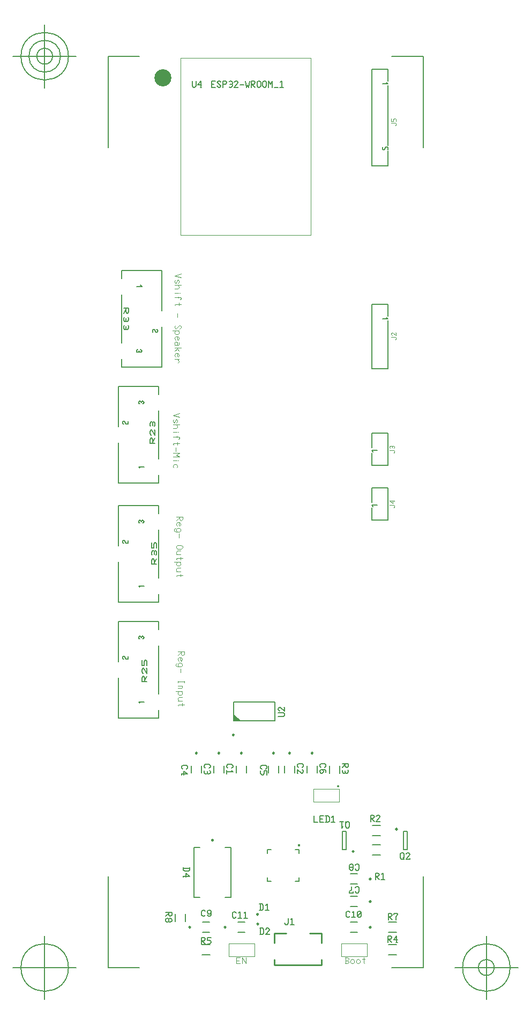
<source format=gbr>
G04 Generated by Ultiboard 14.1 *
%FSLAX34Y34*%
%MOMM*%

%ADD10C,0.0001*%
%ADD11C,0.1556*%
%ADD12C,0.2000*%
%ADD13C,0.0010*%
%ADD14C,0.2540*%
%ADD15C,0.2500*%
%ADD16C,0.2032*%
%ADD17C,0.0013*%
%ADD18C,0.1176*%
%ADD19C,0.0933*%
%ADD20C,0.1270*%
%ADD21C,0.40000*%
%ADD22C,0.35921*%
%ADD23C,2.70006*%


G04 ColorRGB FFFF00 for the following layer *
%LNSilkscreen Top*%
%LPD*%
G54D10*
G54D11*
X272176Y-275160D02*
X272176Y-265160D01*
X276158Y-265160D01*
X278149Y-267160D01*
X278149Y-268160D01*
X276158Y-270160D01*
X272176Y-270160D01*
X273171Y-270160D02*
X278149Y-275160D01*
X287109Y-265160D02*
X281136Y-265160D01*
X281136Y-269160D01*
X285118Y-269160D01*
X287109Y-271160D01*
X287109Y-273160D01*
X285118Y-275160D01*
X281136Y-275160D01*
X403471Y-242765D02*
X405462Y-244765D01*
X407453Y-244765D01*
X409444Y-242765D01*
X409444Y-234765D01*
X413426Y-236765D02*
X415417Y-234765D01*
X415417Y-244765D01*
X412431Y-244765D02*
X418404Y-244765D01*
X566816Y-272620D02*
X566816Y-262620D01*
X570798Y-262620D01*
X572789Y-264620D01*
X572789Y-265620D01*
X570798Y-267620D01*
X566816Y-267620D01*
X567811Y-267620D02*
X572789Y-272620D01*
X581749Y-268620D02*
X575776Y-268620D01*
X580753Y-262620D01*
X580753Y-272620D01*
X579758Y-272620D02*
X581749Y-272620D01*
X215260Y-225716D02*
X225260Y-225716D01*
X225260Y-229698D01*
X223260Y-231689D01*
X222260Y-231689D01*
X220260Y-229698D01*
X220260Y-225716D01*
X220260Y-226711D02*
X215260Y-231689D01*
X215260Y-238658D02*
X215260Y-236667D01*
X217260Y-234676D01*
X219260Y-234676D01*
X220260Y-235671D01*
X221260Y-234676D01*
X223260Y-234676D01*
X225260Y-236667D01*
X225260Y-238658D01*
X223260Y-240649D01*
X221260Y-240649D01*
X220260Y-239653D01*
X219260Y-240649D01*
X217260Y-240649D01*
X215260Y-238658D01*
X220260Y-235671D02*
X220260Y-239653D01*
X278439Y-229690D02*
X276448Y-231690D01*
X274457Y-231690D01*
X272466Y-229690D01*
X272466Y-223690D01*
X274457Y-221690D01*
X276448Y-221690D01*
X278439Y-223690D01*
X281426Y-229690D02*
X283417Y-231690D01*
X285408Y-231690D01*
X287399Y-229690D01*
X287399Y-225690D01*
X287399Y-223690D01*
X285408Y-221690D01*
X283417Y-221690D01*
X281426Y-223690D01*
X281426Y-225690D01*
X283417Y-227690D01*
X285408Y-227690D01*
X287399Y-225690D01*
X327009Y-232520D02*
X325018Y-234520D01*
X323027Y-234520D01*
X321036Y-232520D01*
X321036Y-226520D01*
X323027Y-224520D01*
X325018Y-224520D01*
X327009Y-226520D01*
X330991Y-226520D02*
X332982Y-224520D01*
X332982Y-234520D01*
X329996Y-234520D02*
X335969Y-234520D01*
X339951Y-226520D02*
X341942Y-224520D01*
X341942Y-234520D01*
X338956Y-234520D02*
X344929Y-234520D01*
X364451Y-260155D02*
X368433Y-260155D01*
X370424Y-258155D01*
X370424Y-252155D01*
X368433Y-250155D01*
X364451Y-250155D01*
X365446Y-250155D02*
X365446Y-260155D01*
X373411Y-252155D02*
X375402Y-250155D01*
X377393Y-250155D01*
X379384Y-252155D01*
X379384Y-253155D01*
X373411Y-260155D01*
X379384Y-260155D01*
X379384Y-259155D01*
X506609Y-231420D02*
X504618Y-233420D01*
X502627Y-233420D01*
X500636Y-231420D01*
X500636Y-225420D01*
X502627Y-223420D01*
X504618Y-223420D01*
X506609Y-225420D01*
X510591Y-225420D02*
X512582Y-223420D01*
X512582Y-233420D01*
X509596Y-233420D02*
X515569Y-233420D01*
X518556Y-225420D02*
X520547Y-223420D01*
X522538Y-223420D01*
X524529Y-225420D01*
X524529Y-231420D01*
X522538Y-233420D01*
X520547Y-233420D01*
X518556Y-231420D01*
X518556Y-225420D01*
X524529Y-225420D02*
X518556Y-231420D01*
X567416Y-237060D02*
X567416Y-227060D01*
X571398Y-227060D01*
X573389Y-229060D01*
X573389Y-230060D01*
X571398Y-232060D01*
X567416Y-232060D01*
X568411Y-232060D02*
X573389Y-237060D01*
X579362Y-237060D02*
X579362Y-232060D01*
X582349Y-229060D01*
X582349Y-227060D01*
X576376Y-227060D01*
X576376Y-229060D01*
X363981Y-222055D02*
X367963Y-222055D01*
X369954Y-220055D01*
X369954Y-214055D01*
X367963Y-212055D01*
X363981Y-212055D01*
X364976Y-212055D02*
X364976Y-222055D01*
X373936Y-214055D02*
X375927Y-212055D01*
X375927Y-222055D01*
X372941Y-222055D02*
X378914Y-222055D01*
X243560Y-154596D02*
X243560Y-158578D01*
X245560Y-160569D01*
X251560Y-160569D01*
X253560Y-158578D01*
X253560Y-154596D01*
X253560Y-155591D02*
X243560Y-155591D01*
X247560Y-169529D02*
X247560Y-163556D01*
X253560Y-168533D01*
X243560Y-168533D01*
X243560Y-167538D02*
X243560Y-169529D01*
X515071Y-186780D02*
X517062Y-184780D01*
X519053Y-184780D01*
X521044Y-186780D01*
X521044Y-192780D01*
X519053Y-194780D01*
X517062Y-194780D01*
X515071Y-192780D01*
X509098Y-184780D02*
X509098Y-189780D01*
X506111Y-192780D01*
X506111Y-194780D01*
X512084Y-194780D01*
X512084Y-192780D01*
X515071Y-151220D02*
X517062Y-149220D01*
X519053Y-149220D01*
X521044Y-151220D01*
X521044Y-157220D01*
X519053Y-159220D01*
X517062Y-159220D01*
X515071Y-157220D01*
X508102Y-149220D02*
X510093Y-149220D01*
X512084Y-151220D01*
X512084Y-153220D01*
X511089Y-154220D01*
X512084Y-155220D01*
X512084Y-157220D01*
X510093Y-159220D01*
X508102Y-159220D01*
X506111Y-157220D01*
X506111Y-155220D01*
X507107Y-154220D01*
X506111Y-153220D01*
X506111Y-151220D01*
X508102Y-149220D01*
X511089Y-154220D02*
X507107Y-154220D01*
X505804Y-84260D02*
X503813Y-82260D01*
X501822Y-82260D01*
X499831Y-84260D01*
X499831Y-90260D01*
X501822Y-92260D01*
X503813Y-92260D01*
X505804Y-90260D01*
X505804Y-84260D01*
X501822Y-84260D02*
X499831Y-82260D01*
X495849Y-90260D02*
X493858Y-92260D01*
X493858Y-82260D01*
X496844Y-82260D02*
X490871Y-82260D01*
X586396Y-139260D02*
X588387Y-141260D01*
X590378Y-141260D01*
X592369Y-139260D01*
X592369Y-133260D01*
X590378Y-131260D01*
X588387Y-131260D01*
X586396Y-133260D01*
X586396Y-139260D01*
X590378Y-139260D02*
X592369Y-141260D01*
X595356Y-133260D02*
X597347Y-131260D01*
X599338Y-131260D01*
X601329Y-133260D01*
X601329Y-134260D01*
X595356Y-141260D01*
X601329Y-141260D01*
X601329Y-140260D01*
X242460Y651D02*
X240460Y2642D01*
X240460Y4633D01*
X242460Y6624D01*
X248460Y6624D01*
X250460Y4633D01*
X250460Y2642D01*
X248460Y651D01*
X244460Y-8309D02*
X244460Y-2336D01*
X250460Y-7313D01*
X240460Y-7313D01*
X240460Y-6318D02*
X240460Y-8309D01*
X278220Y1991D02*
X276220Y3982D01*
X276220Y5973D01*
X278220Y7964D01*
X284220Y7964D01*
X286220Y5973D01*
X286220Y3982D01*
X284220Y1991D01*
X285220Y-1991D02*
X286220Y-2987D01*
X286220Y-4978D01*
X284220Y-6969D01*
X282220Y-6969D01*
X281220Y-5973D01*
X280220Y-6969D01*
X278220Y-6969D01*
X276220Y-4978D01*
X276220Y-2987D01*
X277220Y-1991D01*
X281220Y-2987D02*
X281220Y-5973D01*
X313780Y1991D02*
X311780Y3982D01*
X311780Y5973D01*
X313780Y7964D01*
X319780Y7964D01*
X321780Y5973D01*
X321780Y3982D01*
X319780Y1991D01*
X319780Y-1991D02*
X321780Y-3982D01*
X311780Y-3982D01*
X311780Y-996D02*
X311780Y-6969D01*
X367591Y681D02*
X365591Y2672D01*
X365591Y4663D01*
X367591Y6654D01*
X373591Y6654D01*
X375591Y4663D01*
X375591Y2672D01*
X373591Y681D01*
X375591Y-8279D02*
X375591Y-2306D01*
X371591Y-2306D01*
X371591Y-6288D01*
X369591Y-8279D01*
X367591Y-8279D01*
X365591Y-6288D01*
X365591Y-2306D01*
X425340Y3191D02*
X423340Y5182D01*
X423340Y7173D01*
X425340Y9164D01*
X431340Y9164D01*
X433340Y7173D01*
X433340Y5182D01*
X431340Y3191D01*
X431340Y204D02*
X433340Y-1787D01*
X433340Y-3778D01*
X431340Y-5769D01*
X430340Y-5769D01*
X423340Y204D01*
X423340Y-5769D01*
X424340Y-5769D01*
X460900Y3191D02*
X458900Y5182D01*
X458900Y7173D01*
X460900Y9164D01*
X466900Y9164D01*
X468900Y7173D01*
X468900Y5182D01*
X466900Y3191D01*
X468900Y-4773D02*
X468900Y-1787D01*
X466900Y204D01*
X462900Y204D01*
X460900Y204D01*
X458900Y-1787D01*
X458900Y-3778D01*
X460900Y-5769D01*
X462900Y-5769D01*
X464900Y-3778D01*
X464900Y-1787D01*
X462900Y204D01*
X494460Y9164D02*
X504460Y9164D01*
X504460Y5182D01*
X502460Y3191D01*
X501460Y3191D01*
X499460Y5182D01*
X499460Y9164D01*
X499460Y8169D02*
X494460Y3191D01*
X503460Y-791D02*
X504460Y-1787D01*
X504460Y-3778D01*
X502460Y-5769D01*
X500460Y-5769D01*
X499460Y-4773D01*
X498460Y-5769D01*
X496460Y-5769D01*
X494460Y-3778D01*
X494460Y-1787D01*
X495460Y-791D01*
X499460Y-1787D02*
X499460Y-4773D01*
X393600Y83476D02*
X401600Y83476D01*
X403600Y85467D01*
X403600Y87458D01*
X401600Y89449D01*
X393600Y89449D01*
X395600Y92436D02*
X393600Y94427D01*
X393600Y96418D01*
X395600Y98409D01*
X396600Y98409D01*
X403600Y92436D01*
X403600Y98409D01*
X402600Y98409D01*
X547096Y-173560D02*
X547096Y-163560D01*
X551078Y-163560D01*
X553069Y-165560D01*
X553069Y-166560D01*
X551078Y-168560D01*
X547096Y-168560D01*
X548091Y-168560D02*
X553069Y-173560D01*
X557051Y-165560D02*
X559042Y-163560D01*
X559042Y-173560D01*
X556056Y-173560D02*
X562029Y-173560D01*
X539476Y-82120D02*
X539476Y-72120D01*
X543458Y-72120D01*
X545449Y-74120D01*
X545449Y-75120D01*
X543458Y-77120D01*
X539476Y-77120D01*
X540471Y-77120D02*
X545449Y-82120D01*
X548436Y-74120D02*
X550427Y-72120D01*
X552418Y-72120D01*
X554409Y-74120D01*
X554409Y-75120D01*
X548436Y-82120D01*
X554409Y-82120D01*
X554409Y-81120D01*
G54D12*
X285400Y-276480D02*
X273400Y-276480D01*
X285400Y-292480D02*
X273400Y-292480D01*
X285400Y-292480D02*
X273400Y-292480D01*
X568040Y-292480D02*
X580040Y-292480D01*
X568040Y-276480D02*
X580040Y-276480D01*
X568040Y-276480D02*
X580040Y-276480D01*
X230760Y-227680D02*
X230760Y-239680D01*
X246760Y-227680D02*
X246760Y-239680D01*
X246760Y-227680D02*
X246760Y-239680D01*
X273900Y-256920D02*
X284900Y-256920D01*
X273900Y-240920D02*
X284900Y-240920D01*
X273900Y-240920D02*
X284900Y-240920D01*
X329780Y-256920D02*
X340780Y-256920D01*
X329780Y-240920D02*
X340780Y-240920D01*
X329780Y-240920D02*
X340780Y-240920D01*
X518580Y-240920D02*
X507580Y-240920D01*
X518580Y-256920D02*
X507580Y-256920D01*
X518580Y-256920D02*
X507580Y-256920D01*
X568040Y-256920D02*
X580040Y-256920D01*
X568040Y-240920D02*
X580040Y-240920D01*
X568040Y-240920D02*
X580040Y-240920D01*
X319060Y-123060D02*
X319060Y-202060D01*
X260060Y-123060D02*
X260060Y-202060D01*
X270060Y-123060D02*
X260060Y-123060D01*
X309060Y-123060D02*
X319060Y-123060D01*
X260060Y-202060D02*
X270060Y-202060D01*
X319060Y-202060D02*
X309060Y-202060D01*
X518580Y-200280D02*
X507580Y-200280D01*
X518580Y-216280D02*
X507580Y-216280D01*
X518580Y-216280D02*
X507580Y-216280D01*
X518580Y-164720D02*
X507580Y-164720D01*
X518580Y-180720D02*
X507580Y-180720D01*
X518580Y-180720D02*
X507580Y-180720D01*
X501090Y-97260D02*
X494590Y-97260D01*
X494590Y-126260D02*
X501090Y-126260D01*
X501090Y-97260D01*
X494590Y-97260D02*
X494590Y-126260D01*
X591110Y-126260D02*
X597610Y-126260D01*
X597610Y-97260D02*
X591110Y-97260D01*
X591110Y-126260D01*
X597610Y-126260D02*
X597610Y-97260D01*
X256160Y5500D02*
X256160Y-5500D01*
X272160Y5500D02*
X272160Y-5500D01*
X272160Y5500D02*
X272160Y-5500D01*
X291720Y5500D02*
X291720Y-5500D01*
X307720Y5500D02*
X307720Y-5500D01*
X307720Y5500D02*
X307720Y-5500D01*
X327280Y5500D02*
X327280Y-5500D01*
X343280Y5500D02*
X343280Y-5500D01*
X343280Y5500D02*
X343280Y-5500D01*
X378080Y5500D02*
X378080Y-5500D01*
X394080Y5500D02*
X394080Y-5500D01*
X394080Y5500D02*
X394080Y-5500D01*
X403480Y5500D02*
X403480Y-5500D01*
X419480Y5500D02*
X419480Y-5500D01*
X419480Y5500D02*
X419480Y-5500D01*
X439040Y5500D02*
X439040Y-5500D01*
X455040Y5500D02*
X455040Y-5500D01*
X455040Y5500D02*
X455040Y-5500D01*
X474600Y6000D02*
X474600Y-6000D01*
X490600Y6000D02*
X490600Y-6000D01*
X490600Y6000D02*
X490600Y-6000D01*
X388100Y76440D02*
X388100Y106440D01*
X323100Y106440D02*
X323100Y76440D01*
X388100Y76440D01*
X323100Y78440D02*
X325100Y76440D01*
X323100Y80440D02*
X327100Y76440D01*
X323100Y82440D02*
X329100Y76440D01*
X323100Y84440D02*
X331100Y76440D01*
X323100Y86440D02*
X333100Y76440D01*
X388100Y106440D02*
X323100Y106440D01*
X554640Y-119000D02*
X542640Y-119000D01*
X554640Y-135000D02*
X542640Y-135000D01*
X554640Y-135000D02*
X542640Y-135000D01*
X542640Y-104520D02*
X554640Y-104520D01*
X542640Y-88520D02*
X554640Y-88520D01*
X542640Y-88520D02*
X554640Y-88520D01*
G54D13*
X314960Y-274320D02*
X355600Y-274320D01*
X355600Y-294640D01*
X314960Y-294640D01*
X314960Y-274320D01*
X533400Y-294640D02*
X492760Y-294640D01*
X492760Y-274320D01*
X533400Y-274320D01*
X533400Y-294640D01*
X238760Y1122680D02*
X444500Y1122680D01*
X444500Y843280D01*
X238760Y843280D01*
X238760Y1122680D01*
G54D14*
X386935Y-308265D02*
X461935Y-308265D01*
X386935Y-300015D02*
X386935Y-308265D01*
X386935Y-258265D02*
X386935Y-273515D01*
X405685Y-258265D02*
X386935Y-258265D01*
X461935Y-308265D02*
X461935Y-300015D01*
X461935Y-258265D02*
X443185Y-258265D01*
X461935Y-273515D02*
X461935Y-258265D01*
G54D15*
X252400Y-248920D02*
G75*
D01*
G02X252400Y-248920I1250J0*
G01*
X308280Y-248920D02*
G75*
D01*
G02X308280Y-248920I1250J0*
G01*
X359960Y-243840D02*
G75*
D01*
G02X359960Y-243840I1250J0*
G01*
X537580Y-248920D02*
G75*
D01*
G02X537580Y-248920I1250J0*
G01*
X359490Y-228600D02*
G75*
D01*
G02X359490Y-228600I1250J0*
G01*
X288310Y-111560D02*
G75*
D01*
G02X288310Y-111560I1250J0*
G01*
X537580Y-208280D02*
G75*
D01*
G02X537580Y-208280I1250J0*
G01*
X537580Y-172720D02*
G75*
D01*
G02X537580Y-172720I1250J0*
G01*
X510590Y-129260D02*
G75*
D01*
G02X510590Y-129260I1250J0*
G01*
X579110Y-94260D02*
G75*
D01*
G02X579110Y-94260I1250J0*
G01*
X262910Y25750D02*
G75*
D01*
G02X262910Y25750I1250J0*
G01*
X298470Y25750D02*
G75*
D01*
G02X298470Y25750I1250J0*
G01*
X334030Y25750D02*
G75*
D01*
G02X334030Y25750I1250J0*
G01*
X384830Y25750D02*
G75*
D01*
G02X384830Y25750I1250J0*
G01*
X410230Y25750D02*
G75*
D01*
G02X410230Y25750I1250J0*
G01*
X445790Y25750D02*
G75*
D01*
G02X445790Y25750I1250J0*
G01*
X321350Y54440D02*
G75*
D01*
G02X321350Y54440I1250J0*
G01*
G54D16*
X420480Y-126260D02*
X426480Y-126260D01*
X426480Y-132260D01*
X426480Y-170260D02*
X426480Y-176260D01*
X420480Y-176260D01*
X382480Y-176260D02*
X376480Y-176260D01*
X376480Y-170260D01*
X382480Y-126260D02*
X376480Y-126260D01*
X376480Y-132260D01*
X450140Y-73360D02*
X450140Y-83360D01*
X456140Y-83360D01*
X465140Y-83360D02*
X459140Y-83360D01*
X459140Y-78360D01*
X459140Y-73360D01*
X465140Y-73360D01*
X459140Y-78360D02*
X463140Y-78360D01*
X468140Y-83360D02*
X472140Y-83360D01*
X474140Y-81360D01*
X474140Y-75360D01*
X472140Y-73360D01*
X468140Y-73360D01*
X469140Y-73360D02*
X469140Y-83360D01*
X478140Y-75360D02*
X480140Y-73360D01*
X480140Y-83360D01*
X477140Y-83360D02*
X483140Y-83360D01*
X566420Y444500D02*
X566420Y393700D01*
X541020Y412750D02*
X541020Y393700D01*
X566420Y393700D01*
X541020Y444500D02*
X541020Y421217D01*
X541020Y416983D02*
X549487Y416983D01*
X543137Y414867D02*
X541020Y416983D01*
X541020Y444500D02*
X566420Y444500D01*
X541020Y632460D02*
X541020Y734060D01*
X566420Y632460D02*
X566420Y708660D01*
X566420Y734060D02*
X541020Y734060D01*
X566420Y715010D02*
X566420Y734060D01*
X566420Y710777D02*
X557953Y710777D01*
X564303Y712893D02*
X566420Y710777D01*
X566420Y632460D02*
X541020Y632460D01*
X541020Y952500D02*
X541020Y1104900D01*
X566420Y984250D02*
X566420Y1079500D01*
X566420Y1104900D02*
X541020Y1104900D01*
X566420Y1081617D02*
X557953Y1081617D01*
X566420Y1085850D02*
X566420Y1104900D01*
X564303Y1083733D02*
X566420Y1081617D01*
X557953Y980017D02*
X557961Y979833D01*
X557985Y979649D01*
X558025Y979469D01*
X558081Y979293D01*
X558152Y979122D01*
X558237Y978959D01*
X558336Y978803D01*
X558449Y978656D01*
X558573Y978520D01*
X558709Y978396D01*
X558856Y978283D01*
X559012Y978184D01*
X559175Y978099D01*
X559346Y978028D01*
X559522Y977972D01*
X559702Y977932D01*
X559886Y977908D01*
X560070Y977900D01*
X560254Y977908D01*
X560438Y977932D01*
X560618Y977972D01*
X560794Y978028D01*
X560965Y978099D01*
X561128Y978184D01*
X561284Y978283D01*
X561431Y978396D01*
X561567Y978520D01*
X561691Y978656D01*
X561804Y978803D01*
X561903Y978959D01*
X561988Y979122D01*
X562059Y979293D01*
X562115Y979469D01*
X562155Y979649D01*
X562179Y979833D01*
X562187Y980017D01*
X562187Y982133D02*
X566420Y982133D01*
X562187Y982133D02*
X562187Y980017D01*
X566420Y952500D02*
X541020Y952500D01*
X557953Y982133D02*
X557953Y980017D01*
X566420Y952500D02*
X566420Y975783D01*
X566420Y977900D02*
X566420Y982133D01*
X149165Y727569D02*
X156724Y727569D01*
X156724Y721924D01*
X155212Y719102D01*
X154456Y719102D01*
X152944Y721924D01*
X152944Y727569D01*
X152944Y726158D02*
X149165Y719102D01*
X155968Y713458D02*
X156724Y712047D01*
X156724Y709224D01*
X155212Y706402D01*
X153700Y706402D01*
X152944Y707813D01*
X152188Y706402D01*
X150676Y706402D01*
X149165Y709224D01*
X149165Y712047D01*
X149920Y713458D01*
X152944Y712047D02*
X152944Y707813D01*
X155968Y700758D02*
X156724Y699347D01*
X156724Y696524D01*
X155212Y693702D01*
X153700Y693702D01*
X152944Y695113D01*
X152188Y693702D01*
X150676Y693702D01*
X149165Y696524D01*
X149165Y699347D01*
X149920Y700758D01*
X152944Y699347D02*
X152944Y695113D01*
X146050Y749300D02*
X146050Y673100D01*
X146050Y774700D02*
X146050Y787400D01*
X209550Y787400D02*
X209550Y723900D01*
X146050Y787400D02*
X209550Y787400D01*
X177800Y762000D02*
X169333Y762000D01*
X175683Y764117D02*
X177800Y762000D01*
X146050Y635000D02*
X209550Y635000D01*
X146050Y647700D02*
X146050Y635000D01*
X209550Y635000D02*
X209550Y698500D01*
X198966Y692150D02*
X198974Y691966D01*
X198998Y691782D01*
X199038Y691602D01*
X199094Y691426D01*
X199165Y691255D01*
X199250Y691092D01*
X199349Y690936D01*
X199462Y690789D01*
X199586Y690653D01*
X199722Y690529D01*
X199869Y690416D01*
X200025Y690317D01*
X200188Y690232D01*
X200359Y690161D01*
X200535Y690105D01*
X200715Y690065D01*
X200899Y690041D01*
X201083Y690033D01*
X201267Y690041D01*
X201451Y690065D01*
X201631Y690105D01*
X201807Y690161D01*
X201978Y690232D01*
X202141Y690317D01*
X202297Y690416D01*
X202444Y690529D01*
X202580Y690653D01*
X202704Y690789D01*
X202817Y690936D01*
X202916Y691092D01*
X203001Y691255D01*
X203072Y691426D01*
X203128Y691602D01*
X203168Y691782D01*
X203192Y691966D01*
X203200Y692150D01*
X203192Y692334D01*
X203168Y692518D01*
X203128Y692698D01*
X203072Y692874D01*
X203001Y693045D01*
X202916Y693208D01*
X202817Y693364D01*
X202704Y693511D01*
X202580Y693647D01*
X202444Y693771D01*
X202297Y693884D01*
X202141Y693983D01*
X201978Y694068D01*
X201807Y694139D01*
X201631Y694195D01*
X201451Y694235D01*
X201267Y694259D01*
X201083Y694267D01*
X198967Y692150D02*
X198959Y692334D01*
X198935Y692518D01*
X198895Y692698D01*
X198839Y692874D01*
X198768Y693045D01*
X198683Y693208D01*
X198584Y693364D01*
X198471Y693511D01*
X198347Y693647D01*
X198211Y693771D01*
X198064Y693884D01*
X197908Y693983D01*
X197745Y694068D01*
X197574Y694139D01*
X197398Y694195D01*
X197218Y694235D01*
X197034Y694259D01*
X196850Y694267D01*
X194733Y694267D02*
X194733Y690033D01*
X196850Y694267D02*
X194733Y694267D01*
X173566Y660400D02*
X173574Y660216D01*
X173598Y660032D01*
X173638Y659852D01*
X173694Y659676D01*
X173765Y659505D01*
X173850Y659342D01*
X173949Y659186D01*
X174062Y659039D01*
X174186Y658903D01*
X174322Y658779D01*
X174469Y658666D01*
X174625Y658567D01*
X174788Y658482D01*
X174959Y658411D01*
X175135Y658355D01*
X175315Y658315D01*
X175499Y658291D01*
X175683Y658283D01*
X175867Y658291D01*
X176051Y658315D01*
X176231Y658355D01*
X176407Y658411D01*
X176578Y658482D01*
X176741Y658567D01*
X176897Y658666D01*
X177044Y658779D01*
X177180Y658903D01*
X177304Y659039D01*
X177417Y659186D01*
X177516Y659342D01*
X177601Y659505D01*
X177672Y659676D01*
X177728Y659852D01*
X177768Y660032D01*
X177792Y660216D01*
X177800Y660400D01*
X177792Y660584D01*
X177768Y660768D01*
X177728Y660948D01*
X177672Y661124D01*
X177601Y661295D01*
X177516Y661458D01*
X177417Y661614D01*
X177304Y661761D01*
X177180Y661897D01*
X177044Y662021D01*
X176897Y662134D01*
X176741Y662233D01*
X176578Y662318D01*
X176407Y662389D01*
X176231Y662445D01*
X176051Y662485D01*
X175867Y662509D01*
X175683Y662517D01*
X171450Y662517D02*
X171266Y662509D01*
X171082Y662485D01*
X170902Y662445D01*
X170726Y662389D01*
X170555Y662318D01*
X170392Y662233D01*
X170236Y662134D01*
X170089Y662021D01*
X169953Y661897D01*
X169829Y661761D01*
X169716Y661614D01*
X169617Y661458D01*
X169532Y661295D01*
X169461Y661124D01*
X169405Y660948D01*
X169365Y660768D01*
X169341Y660584D01*
X169333Y660400D01*
X169341Y660216D01*
X169365Y660032D01*
X169405Y659852D01*
X169461Y659676D01*
X169532Y659505D01*
X169617Y659342D01*
X169716Y659186D01*
X169829Y659039D01*
X169953Y658903D01*
X170089Y658779D01*
X170236Y658666D01*
X170392Y658567D01*
X170555Y658482D01*
X170726Y658411D01*
X170902Y658355D01*
X171082Y658315D01*
X171266Y658291D01*
X171450Y658283D01*
X171634Y658291D01*
X171818Y658315D01*
X171998Y658355D01*
X172174Y658411D01*
X172345Y658482D01*
X172508Y658567D01*
X172664Y658666D01*
X172811Y658779D01*
X172947Y658903D01*
X173071Y659039D01*
X173184Y659186D01*
X173283Y659342D01*
X173368Y659505D01*
X173439Y659676D01*
X173495Y659852D01*
X173535Y660032D01*
X173559Y660216D01*
X173567Y660400D01*
X198815Y514491D02*
X191256Y514491D01*
X191256Y520136D01*
X192768Y522958D01*
X193524Y522958D01*
X195036Y520136D01*
X195036Y514491D01*
X195036Y515902D02*
X198815Y522958D01*
X192768Y527191D02*
X191256Y530013D01*
X191256Y532836D01*
X192768Y535658D01*
X193524Y535658D01*
X198815Y527191D01*
X198815Y535658D01*
X198060Y535658D01*
X192012Y541302D02*
X191256Y542713D01*
X191256Y545536D01*
X192768Y548358D01*
X194280Y548358D01*
X195036Y546947D01*
X195792Y548358D01*
X197304Y548358D01*
X198815Y545536D01*
X198815Y542713D01*
X198060Y541302D01*
X195036Y542713D02*
X195036Y546947D01*
X204470Y490220D02*
X204470Y566420D01*
X204470Y464820D02*
X204470Y452120D01*
X140970Y452120D02*
X140970Y515620D01*
X204470Y452120D02*
X140970Y452120D01*
X172720Y477520D02*
X181187Y477520D01*
X174837Y475403D02*
X172720Y477520D01*
X204470Y604520D02*
X140970Y604520D01*
X204470Y591820D02*
X204470Y604520D01*
X140970Y604520D02*
X140970Y541020D01*
X151554Y547370D02*
X151546Y547554D01*
X151522Y547738D01*
X151482Y547918D01*
X151426Y548094D01*
X151355Y548265D01*
X151270Y548428D01*
X151171Y548584D01*
X151058Y548731D01*
X150934Y548867D01*
X150798Y548991D01*
X150651Y549104D01*
X150495Y549203D01*
X150332Y549288D01*
X150161Y549359D01*
X149985Y549415D01*
X149805Y549455D01*
X149621Y549479D01*
X149437Y549487D01*
X149253Y549479D01*
X149069Y549455D01*
X148889Y549415D01*
X148713Y549359D01*
X148542Y549288D01*
X148379Y549203D01*
X148223Y549104D01*
X148076Y548991D01*
X147940Y548867D01*
X147816Y548731D01*
X147703Y548584D01*
X147604Y548428D01*
X147519Y548265D01*
X147448Y548094D01*
X147392Y547918D01*
X147352Y547738D01*
X147328Y547554D01*
X147320Y547370D01*
X147328Y547186D01*
X147352Y547002D01*
X147392Y546822D01*
X147448Y546646D01*
X147519Y546475D01*
X147604Y546312D01*
X147703Y546156D01*
X147816Y546009D01*
X147940Y545873D01*
X148076Y545749D01*
X148223Y545636D01*
X148379Y545537D01*
X148542Y545452D01*
X148713Y545381D01*
X148889Y545325D01*
X149069Y545285D01*
X149253Y545261D01*
X149437Y545253D01*
X149437Y545253D01*
X151553Y547370D02*
X151561Y547186D01*
X151585Y547002D01*
X151625Y546822D01*
X151681Y546646D01*
X151752Y546475D01*
X151837Y546312D01*
X151936Y546156D01*
X152049Y546009D01*
X152173Y545873D01*
X152309Y545749D01*
X152456Y545636D01*
X152612Y545537D01*
X152775Y545452D01*
X152946Y545381D01*
X153122Y545325D01*
X153302Y545285D01*
X153486Y545261D01*
X153670Y545253D01*
X155787Y545253D02*
X155787Y549487D01*
X153670Y545253D02*
X155787Y545253D01*
X176954Y579120D02*
X176946Y579304D01*
X176922Y579488D01*
X176882Y579668D01*
X176826Y579844D01*
X176755Y580015D01*
X176670Y580178D01*
X176571Y580334D01*
X176458Y580481D01*
X176334Y580617D01*
X176198Y580741D01*
X176051Y580854D01*
X175895Y580953D01*
X175732Y581038D01*
X175561Y581109D01*
X175385Y581165D01*
X175205Y581205D01*
X175021Y581229D01*
X174837Y581237D01*
X174653Y581229D01*
X174469Y581205D01*
X174289Y581165D01*
X174113Y581109D01*
X173942Y581038D01*
X173779Y580953D01*
X173623Y580854D01*
X173476Y580741D01*
X173340Y580617D01*
X173216Y580481D01*
X173103Y580334D01*
X173004Y580178D01*
X172919Y580015D01*
X172848Y579844D01*
X172792Y579668D01*
X172752Y579488D01*
X172728Y579304D01*
X172720Y579120D01*
X172728Y578936D01*
X172752Y578752D01*
X172792Y578572D01*
X172848Y578396D01*
X172919Y578225D01*
X173004Y578062D01*
X173103Y577906D01*
X173216Y577759D01*
X173340Y577623D01*
X173476Y577499D01*
X173623Y577386D01*
X173779Y577287D01*
X173942Y577202D01*
X174113Y577131D01*
X174289Y577075D01*
X174469Y577035D01*
X174653Y577011D01*
X174837Y577003D01*
X179070Y577003D02*
X179254Y577011D01*
X179438Y577035D01*
X179618Y577075D01*
X179794Y577131D01*
X179965Y577202D01*
X180128Y577287D01*
X180284Y577386D01*
X180431Y577499D01*
X180567Y577623D01*
X180691Y577759D01*
X180804Y577906D01*
X180903Y578062D01*
X180988Y578225D01*
X181059Y578396D01*
X181115Y578572D01*
X181155Y578752D01*
X181179Y578936D01*
X181187Y579120D01*
X181179Y579304D01*
X181155Y579488D01*
X181115Y579668D01*
X181059Y579844D01*
X180988Y580015D01*
X180903Y580178D01*
X180804Y580334D01*
X180691Y580481D01*
X180567Y580617D01*
X180431Y580741D01*
X180284Y580854D01*
X180128Y580953D01*
X179965Y581038D01*
X179794Y581109D01*
X179618Y581165D01*
X179438Y581205D01*
X179254Y581229D01*
X179070Y581237D01*
X178886Y581229D01*
X178702Y581205D01*
X178522Y581165D01*
X178346Y581109D01*
X178175Y581038D01*
X178012Y580953D01*
X177856Y580854D01*
X177709Y580741D01*
X177573Y580617D01*
X177449Y580481D01*
X177336Y580334D01*
X177237Y580178D01*
X177152Y580015D01*
X177081Y579844D01*
X177025Y579668D01*
X176985Y579488D01*
X176961Y579304D01*
X176953Y579120D01*
X201355Y323991D02*
X193796Y323991D01*
X193796Y329636D01*
X195308Y332458D01*
X196064Y332458D01*
X197576Y329636D01*
X197576Y323991D01*
X197576Y325402D02*
X201355Y332458D01*
X194552Y338102D02*
X193796Y339513D01*
X193796Y342336D01*
X195308Y345158D01*
X196820Y345158D01*
X197576Y343747D01*
X198332Y345158D01*
X199844Y345158D01*
X201355Y342336D01*
X201355Y339513D01*
X200600Y338102D01*
X197576Y339513D02*
X197576Y343747D01*
X193796Y357858D02*
X193796Y349391D01*
X196820Y349391D01*
X196820Y355036D01*
X198332Y357858D01*
X199844Y357858D01*
X201355Y355036D01*
X201355Y349391D01*
X204470Y302260D02*
X204470Y378460D01*
X204470Y276860D02*
X204470Y264160D01*
X140970Y264160D02*
X140970Y327660D01*
X204470Y264160D02*
X140970Y264160D01*
X172720Y289560D02*
X181187Y289560D01*
X174837Y287443D02*
X172720Y289560D01*
X204470Y416560D02*
X140970Y416560D01*
X204470Y403860D02*
X204470Y416560D01*
X140970Y416560D02*
X140970Y353060D01*
X151554Y359410D02*
X151546Y359594D01*
X151522Y359778D01*
X151482Y359958D01*
X151426Y360134D01*
X151355Y360305D01*
X151270Y360468D01*
X151171Y360624D01*
X151058Y360771D01*
X150934Y360907D01*
X150798Y361031D01*
X150651Y361144D01*
X150495Y361243D01*
X150332Y361328D01*
X150161Y361399D01*
X149985Y361455D01*
X149805Y361495D01*
X149621Y361519D01*
X149437Y361527D01*
X149253Y361519D01*
X149069Y361495D01*
X148889Y361455D01*
X148713Y361399D01*
X148542Y361328D01*
X148379Y361243D01*
X148223Y361144D01*
X148076Y361031D01*
X147940Y360907D01*
X147816Y360771D01*
X147703Y360624D01*
X147604Y360468D01*
X147519Y360305D01*
X147448Y360134D01*
X147392Y359958D01*
X147352Y359778D01*
X147328Y359594D01*
X147320Y359410D01*
X147328Y359226D01*
X147352Y359042D01*
X147392Y358862D01*
X147448Y358686D01*
X147519Y358515D01*
X147604Y358352D01*
X147703Y358196D01*
X147816Y358049D01*
X147940Y357913D01*
X148076Y357789D01*
X148223Y357676D01*
X148379Y357577D01*
X148542Y357492D01*
X148713Y357421D01*
X148889Y357365D01*
X149069Y357325D01*
X149253Y357301D01*
X149437Y357293D01*
X149437Y357293D01*
X151553Y359410D02*
X151561Y359226D01*
X151585Y359042D01*
X151625Y358862D01*
X151681Y358686D01*
X151752Y358515D01*
X151837Y358352D01*
X151936Y358196D01*
X152049Y358049D01*
X152173Y357913D01*
X152309Y357789D01*
X152456Y357676D01*
X152612Y357577D01*
X152775Y357492D01*
X152946Y357421D01*
X153122Y357365D01*
X153302Y357325D01*
X153486Y357301D01*
X153670Y357293D01*
X155787Y357293D02*
X155787Y361527D01*
X153670Y357293D02*
X155787Y357293D01*
X176954Y391160D02*
X176946Y391344D01*
X176922Y391528D01*
X176882Y391708D01*
X176826Y391884D01*
X176755Y392055D01*
X176670Y392218D01*
X176571Y392374D01*
X176458Y392521D01*
X176334Y392657D01*
X176198Y392781D01*
X176051Y392894D01*
X175895Y392993D01*
X175732Y393078D01*
X175561Y393149D01*
X175385Y393205D01*
X175205Y393245D01*
X175021Y393269D01*
X174837Y393277D01*
X174653Y393269D01*
X174469Y393245D01*
X174289Y393205D01*
X174113Y393149D01*
X173942Y393078D01*
X173779Y392993D01*
X173623Y392894D01*
X173476Y392781D01*
X173340Y392657D01*
X173216Y392521D01*
X173103Y392374D01*
X173004Y392218D01*
X172919Y392055D01*
X172848Y391884D01*
X172792Y391708D01*
X172752Y391528D01*
X172728Y391344D01*
X172720Y391160D01*
X172728Y390976D01*
X172752Y390792D01*
X172792Y390612D01*
X172848Y390436D01*
X172919Y390265D01*
X173004Y390102D01*
X173103Y389946D01*
X173216Y389799D01*
X173340Y389663D01*
X173476Y389539D01*
X173623Y389426D01*
X173779Y389327D01*
X173942Y389242D01*
X174113Y389171D01*
X174289Y389115D01*
X174469Y389075D01*
X174653Y389051D01*
X174837Y389043D01*
X179070Y389043D02*
X179254Y389051D01*
X179438Y389075D01*
X179618Y389115D01*
X179794Y389171D01*
X179965Y389242D01*
X180128Y389327D01*
X180284Y389426D01*
X180431Y389539D01*
X180567Y389663D01*
X180691Y389799D01*
X180804Y389946D01*
X180903Y390102D01*
X180988Y390265D01*
X181059Y390436D01*
X181115Y390612D01*
X181155Y390792D01*
X181179Y390976D01*
X181187Y391160D01*
X181179Y391344D01*
X181155Y391528D01*
X181115Y391708D01*
X181059Y391884D01*
X180988Y392055D01*
X180903Y392218D01*
X180804Y392374D01*
X180691Y392521D01*
X180567Y392657D01*
X180431Y392781D01*
X180284Y392894D01*
X180128Y392993D01*
X179965Y393078D01*
X179794Y393149D01*
X179618Y393205D01*
X179438Y393245D01*
X179254Y393269D01*
X179070Y393277D01*
X178886Y393269D01*
X178702Y393245D01*
X178522Y393205D01*
X178346Y393149D01*
X178175Y393078D01*
X178012Y392993D01*
X177856Y392894D01*
X177709Y392781D01*
X177573Y392657D01*
X177449Y392521D01*
X177336Y392374D01*
X177237Y392218D01*
X177152Y392055D01*
X177081Y391884D01*
X177025Y391708D01*
X176985Y391528D01*
X176961Y391344D01*
X176953Y391160D01*
X186115Y138571D02*
X178556Y138571D01*
X178556Y144216D01*
X180068Y147038D01*
X180824Y147038D01*
X182336Y144216D01*
X182336Y138571D01*
X182336Y139982D02*
X186115Y147038D01*
X180068Y151271D02*
X178556Y154093D01*
X178556Y156916D01*
X180068Y159738D01*
X180824Y159738D01*
X186115Y151271D01*
X186115Y159738D01*
X185360Y159738D01*
X178556Y172438D02*
X178556Y163971D01*
X181580Y163971D01*
X181580Y169616D01*
X183092Y172438D01*
X184604Y172438D01*
X186115Y169616D01*
X186115Y163971D01*
X204470Y119380D02*
X204470Y195580D01*
X204470Y93980D02*
X204470Y81280D01*
X140970Y81280D02*
X140970Y144780D01*
X204470Y81280D02*
X140970Y81280D01*
X172720Y106680D02*
X181187Y106680D01*
X174837Y104563D02*
X172720Y106680D01*
X204470Y233680D02*
X140970Y233680D01*
X204470Y220980D02*
X204470Y233680D01*
X140970Y233680D02*
X140970Y170180D01*
X151554Y176530D02*
X151546Y176714D01*
X151522Y176898D01*
X151482Y177078D01*
X151426Y177254D01*
X151355Y177425D01*
X151270Y177588D01*
X151171Y177744D01*
X151058Y177891D01*
X150934Y178027D01*
X150798Y178151D01*
X150651Y178264D01*
X150495Y178363D01*
X150332Y178448D01*
X150161Y178519D01*
X149985Y178575D01*
X149805Y178615D01*
X149621Y178639D01*
X149437Y178647D01*
X149253Y178639D01*
X149069Y178615D01*
X148889Y178575D01*
X148713Y178519D01*
X148542Y178448D01*
X148379Y178363D01*
X148223Y178264D01*
X148076Y178151D01*
X147940Y178027D01*
X147816Y177891D01*
X147703Y177744D01*
X147604Y177588D01*
X147519Y177425D01*
X147448Y177254D01*
X147392Y177078D01*
X147352Y176898D01*
X147328Y176714D01*
X147320Y176530D01*
X147328Y176346D01*
X147352Y176162D01*
X147392Y175982D01*
X147448Y175806D01*
X147519Y175635D01*
X147604Y175472D01*
X147703Y175316D01*
X147816Y175169D01*
X147940Y175033D01*
X148076Y174909D01*
X148223Y174796D01*
X148379Y174697D01*
X148542Y174612D01*
X148713Y174541D01*
X148889Y174485D01*
X149069Y174445D01*
X149253Y174421D01*
X149437Y174413D01*
X149437Y174413D01*
X151553Y176530D02*
X151561Y176346D01*
X151585Y176162D01*
X151625Y175982D01*
X151681Y175806D01*
X151752Y175635D01*
X151837Y175472D01*
X151936Y175316D01*
X152049Y175169D01*
X152173Y175033D01*
X152309Y174909D01*
X152456Y174796D01*
X152612Y174697D01*
X152775Y174612D01*
X152946Y174541D01*
X153122Y174485D01*
X153302Y174445D01*
X153486Y174421D01*
X153670Y174413D01*
X155787Y174413D02*
X155787Y178647D01*
X153670Y174413D02*
X155787Y174413D01*
X176954Y208280D02*
X176946Y208464D01*
X176922Y208648D01*
X176882Y208828D01*
X176826Y209004D01*
X176755Y209175D01*
X176670Y209338D01*
X176571Y209494D01*
X176458Y209641D01*
X176334Y209777D01*
X176198Y209901D01*
X176051Y210014D01*
X175895Y210113D01*
X175732Y210198D01*
X175561Y210269D01*
X175385Y210325D01*
X175205Y210365D01*
X175021Y210389D01*
X174837Y210397D01*
X174653Y210389D01*
X174469Y210365D01*
X174289Y210325D01*
X174113Y210269D01*
X173942Y210198D01*
X173779Y210113D01*
X173623Y210014D01*
X173476Y209901D01*
X173340Y209777D01*
X173216Y209641D01*
X173103Y209494D01*
X173004Y209338D01*
X172919Y209175D01*
X172848Y209004D01*
X172792Y208828D01*
X172752Y208648D01*
X172728Y208464D01*
X172720Y208280D01*
X172728Y208096D01*
X172752Y207912D01*
X172792Y207732D01*
X172848Y207556D01*
X172919Y207385D01*
X173004Y207222D01*
X173103Y207066D01*
X173216Y206919D01*
X173340Y206783D01*
X173476Y206659D01*
X173623Y206546D01*
X173779Y206447D01*
X173942Y206362D01*
X174113Y206291D01*
X174289Y206235D01*
X174469Y206195D01*
X174653Y206171D01*
X174837Y206163D01*
X179070Y206163D02*
X179254Y206171D01*
X179438Y206195D01*
X179618Y206235D01*
X179794Y206291D01*
X179965Y206362D01*
X180128Y206447D01*
X180284Y206546D01*
X180431Y206659D01*
X180567Y206783D01*
X180691Y206919D01*
X180804Y207066D01*
X180903Y207222D01*
X180988Y207385D01*
X181059Y207556D01*
X181115Y207732D01*
X181155Y207912D01*
X181179Y208096D01*
X181187Y208280D01*
X181179Y208464D01*
X181155Y208648D01*
X181115Y208828D01*
X181059Y209004D01*
X180988Y209175D01*
X180903Y209338D01*
X180804Y209494D01*
X180691Y209641D01*
X180567Y209777D01*
X180431Y209901D01*
X180284Y210014D01*
X180128Y210113D01*
X179965Y210198D01*
X179794Y210269D01*
X179618Y210325D01*
X179438Y210365D01*
X179254Y210389D01*
X179070Y210397D01*
X178886Y210389D01*
X178702Y210365D01*
X178522Y210325D01*
X178346Y210269D01*
X178175Y210198D01*
X178012Y210113D01*
X177856Y210014D01*
X177709Y209901D01*
X177573Y209777D01*
X177449Y209641D01*
X177336Y209494D01*
X177237Y209338D01*
X177152Y209175D01*
X177081Y209004D01*
X177025Y208828D01*
X176985Y208648D01*
X176961Y208464D01*
X176953Y208280D01*
X294020Y1076120D02*
X288020Y1076120D01*
X288020Y1081120D01*
X288020Y1086120D01*
X294020Y1086120D01*
X288020Y1081120D02*
X292020Y1081120D01*
X297020Y1078120D02*
X299020Y1076120D01*
X301020Y1076120D01*
X303020Y1078120D01*
X297020Y1084120D01*
X299020Y1086120D01*
X301020Y1086120D01*
X303020Y1084120D01*
X306020Y1076120D02*
X306020Y1086120D01*
X310020Y1086120D01*
X312020Y1084120D01*
X312020Y1083120D01*
X310020Y1081120D01*
X306020Y1081120D01*
X316020Y1085120D02*
X317020Y1086120D01*
X319020Y1086120D01*
X321020Y1084120D01*
X321020Y1082120D01*
X320020Y1081120D01*
X321020Y1080120D01*
X321020Y1078120D01*
X319020Y1076120D01*
X317020Y1076120D01*
X316020Y1077120D01*
X317020Y1081120D02*
X320020Y1081120D01*
X324020Y1084120D02*
X326020Y1086120D01*
X328020Y1086120D01*
X330020Y1084120D01*
X330020Y1083120D01*
X324020Y1076120D01*
X330020Y1076120D01*
X330020Y1077120D01*
X333020Y1080120D02*
X339020Y1080120D01*
X342020Y1086120D02*
X343020Y1076120D01*
X345020Y1080120D01*
X347020Y1076120D01*
X348020Y1086120D01*
X351020Y1076120D02*
X351020Y1086120D01*
X355020Y1086120D01*
X357020Y1084120D01*
X357020Y1083120D01*
X355020Y1081120D01*
X351020Y1081120D01*
X352020Y1081120D02*
X357020Y1076120D01*
X360020Y1078120D02*
X362020Y1076120D01*
X364020Y1076120D01*
X366020Y1078120D01*
X366020Y1084120D01*
X364020Y1086120D01*
X362020Y1086120D01*
X360020Y1084120D01*
X360020Y1078120D01*
X369020Y1078120D02*
X371020Y1076120D01*
X373020Y1076120D01*
X375020Y1078120D01*
X375020Y1084120D01*
X373020Y1086120D01*
X371020Y1086120D01*
X369020Y1084120D01*
X369020Y1078120D01*
X378020Y1076120D02*
X378020Y1086120D01*
X381020Y1081120D01*
X384020Y1086120D01*
X384020Y1076120D01*
X387020Y1076120D02*
X393020Y1076120D01*
X397020Y1084120D02*
X399020Y1086120D01*
X399020Y1076120D01*
X396020Y1076120D02*
X402020Y1076120D01*
X257540Y1086120D02*
X257540Y1078120D01*
X259540Y1076120D01*
X261540Y1076120D01*
X263540Y1078120D01*
X263540Y1086120D01*
X272540Y1080120D02*
X266540Y1080120D01*
X271540Y1086120D01*
X271540Y1076120D01*
X270540Y1076120D02*
X272540Y1076120D01*
X566420Y530860D02*
X566420Y480060D01*
X541020Y499110D02*
X541020Y480060D01*
X566420Y480060D01*
X541020Y530860D02*
X541020Y507577D01*
X541020Y503343D02*
X549487Y503343D01*
X543137Y501227D02*
X541020Y503343D01*
X541020Y530860D02*
X566420Y530860D01*
G54D17*
X489694Y-30480D02*
X449054Y-30480D01*
X449054Y-50800D01*
X489694Y-50800D01*
X489694Y-30480D01*
G54D18*
X575764Y413079D02*
X577275Y414584D01*
X577275Y416089D01*
X575764Y417594D01*
X569716Y417594D01*
X574252Y424367D02*
X574252Y419852D01*
X569716Y423615D01*
X577275Y423615D01*
X577275Y422862D02*
X577275Y424367D01*
X578304Y678086D02*
X579815Y679591D01*
X579815Y681096D01*
X578304Y682601D01*
X572256Y682601D01*
X573768Y684859D02*
X572256Y686364D01*
X572256Y687869D01*
X573768Y689374D01*
X574524Y689374D01*
X579815Y684859D01*
X579815Y689374D01*
X579060Y689374D01*
X578304Y1015905D02*
X579815Y1017411D01*
X579815Y1018916D01*
X578304Y1020421D01*
X572256Y1020421D01*
X572256Y1027194D02*
X572256Y1022678D01*
X575280Y1022678D01*
X575280Y1025689D01*
X576792Y1027194D01*
X578304Y1027194D01*
X579815Y1025689D01*
X579815Y1022678D01*
X575764Y499438D02*
X577275Y500944D01*
X577275Y502449D01*
X575764Y503954D01*
X569716Y503954D01*
X570472Y506964D02*
X569716Y507717D01*
X569716Y509222D01*
X571228Y510727D01*
X572740Y510727D01*
X573496Y509974D01*
X574252Y510727D01*
X575764Y510727D01*
X577275Y509222D01*
X577275Y507717D01*
X576520Y506964D01*
X573496Y507717D02*
X573496Y509974D01*
G54D19*
X333289Y-306260D02*
X327316Y-306260D01*
X327316Y-301260D01*
X327316Y-296260D01*
X333289Y-296260D01*
X327316Y-301260D02*
X331298Y-301260D01*
X336276Y-306260D02*
X336276Y-296260D01*
X342249Y-306260D01*
X342249Y-296260D01*
X498696Y-306260D02*
X502678Y-306260D01*
X504669Y-304260D01*
X504669Y-303260D01*
X502678Y-301260D01*
X504669Y-299260D01*
X504669Y-298260D01*
X502678Y-296260D01*
X499691Y-296260D01*
X498696Y-296260D01*
X499691Y-301260D02*
X502678Y-301260D01*
X499691Y-296260D02*
X499691Y-306260D01*
X507656Y-304260D02*
X509647Y-306260D01*
X511638Y-306260D01*
X513629Y-304260D01*
X513629Y-301260D01*
X511638Y-299260D01*
X509647Y-299260D01*
X507656Y-301260D01*
X507656Y-304260D01*
X516616Y-304260D02*
X518607Y-306260D01*
X520598Y-306260D01*
X522589Y-304260D01*
X522589Y-301260D01*
X520598Y-299260D01*
X518607Y-299260D01*
X516616Y-301260D01*
X516616Y-304260D01*
X530553Y-305260D02*
X529558Y-306260D01*
X528562Y-305260D01*
X528562Y-296260D01*
X526571Y-299260D02*
X530553Y-299260D01*
X237140Y561964D02*
X227140Y558978D01*
X237140Y555991D01*
X229140Y553004D02*
X227140Y551013D01*
X227140Y549022D01*
X229140Y547031D01*
X232140Y553004D01*
X234140Y551013D01*
X234140Y549022D01*
X232140Y547031D01*
X232140Y544044D02*
X234140Y542053D01*
X234140Y540062D01*
X232140Y538071D01*
X227140Y538071D01*
X237140Y544044D02*
X227140Y544044D01*
X227140Y532098D02*
X233140Y532098D01*
X235140Y532098D02*
X236140Y532098D01*
X227140Y525129D02*
X236140Y525129D01*
X237140Y524133D01*
X237140Y522142D01*
X236140Y521147D01*
X233140Y526124D02*
X233140Y524133D01*
X228140Y512187D02*
X227140Y513182D01*
X228140Y514178D01*
X237140Y514178D01*
X234140Y516169D02*
X234140Y512187D01*
X231140Y508204D02*
X231140Y502231D01*
X227140Y499244D02*
X237140Y499244D01*
X232140Y496258D01*
X237140Y493271D01*
X227140Y493271D01*
X227140Y487298D02*
X233140Y487298D01*
X235140Y487298D02*
X236140Y487298D01*
X228140Y476347D02*
X227140Y477342D01*
X227140Y479333D01*
X229140Y481324D01*
X232140Y481324D01*
X234140Y479333D01*
X234140Y477342D01*
X233140Y476347D01*
X239680Y781884D02*
X229680Y778898D01*
X239680Y775911D01*
X231680Y772924D02*
X229680Y770933D01*
X229680Y768942D01*
X231680Y766951D01*
X234680Y772924D01*
X236680Y770933D01*
X236680Y768942D01*
X234680Y766951D01*
X234680Y763964D02*
X236680Y761973D01*
X236680Y759982D01*
X234680Y757991D01*
X229680Y757991D01*
X239680Y763964D02*
X229680Y763964D01*
X229680Y752018D02*
X235680Y752018D01*
X237680Y752018D02*
X238680Y752018D01*
X229680Y745049D02*
X238680Y745049D01*
X239680Y744053D01*
X239680Y742062D01*
X238680Y741067D01*
X235680Y746044D02*
X235680Y744053D01*
X230680Y732107D02*
X229680Y733102D01*
X230680Y734098D01*
X239680Y734098D01*
X236680Y736089D02*
X236680Y732107D01*
X233680Y719164D02*
X233680Y713191D01*
X231680Y701244D02*
X229680Y699253D01*
X229680Y697262D01*
X231680Y695271D01*
X237680Y701244D01*
X239680Y699253D01*
X239680Y697262D01*
X237680Y695271D01*
X231680Y692284D02*
X229680Y690293D01*
X229680Y688302D01*
X231680Y686311D01*
X234680Y686311D01*
X236680Y688302D01*
X236680Y690293D01*
X234680Y692284D01*
X226680Y692284D02*
X236680Y692284D01*
X231680Y677351D02*
X229680Y679342D01*
X229680Y681333D01*
X231680Y683324D01*
X234680Y683324D01*
X236680Y681333D01*
X236680Y679342D01*
X234680Y677351D01*
X233680Y678347D01*
X233680Y683324D01*
X236680Y673369D02*
X236680Y670382D01*
X235680Y669387D01*
X230680Y669387D01*
X229680Y670382D01*
X229680Y673369D01*
X230680Y674364D01*
X232680Y674364D01*
X233680Y673369D01*
X233680Y669387D01*
X230680Y669387D02*
X229680Y668391D01*
X233680Y665404D02*
X233680Y663413D01*
X236680Y660427D01*
X233680Y663413D02*
X229680Y660427D01*
X229680Y665404D02*
X239680Y665404D01*
X231680Y650471D02*
X229680Y652462D01*
X229680Y654453D01*
X231680Y656444D01*
X234680Y656444D01*
X236680Y654453D01*
X236680Y652462D01*
X234680Y650471D01*
X233680Y651467D01*
X233680Y656444D01*
X233680Y647484D02*
X236680Y644498D01*
X236680Y643502D01*
X234680Y641511D01*
X229680Y647484D02*
X236680Y647484D01*
X234760Y186044D02*
X244760Y186044D01*
X244760Y182062D01*
X242760Y180071D01*
X241760Y180071D01*
X239760Y182062D01*
X239760Y186044D01*
X239760Y185049D02*
X234760Y180071D01*
X236760Y171111D02*
X234760Y173102D01*
X234760Y175093D01*
X236760Y177084D01*
X239760Y177084D01*
X241760Y175093D01*
X241760Y173102D01*
X239760Y171111D01*
X238760Y172107D01*
X238760Y177084D01*
X233760Y168124D02*
X231760Y166133D01*
X231760Y164142D01*
X233760Y162151D01*
X236760Y162151D01*
X239760Y162151D01*
X241760Y164142D01*
X241760Y166133D01*
X239760Y168124D01*
X236760Y168124D01*
X234760Y166133D01*
X234760Y164142D01*
X236760Y162151D01*
X238760Y159164D02*
X238760Y153191D01*
X234760Y139253D02*
X234760Y137262D01*
X244760Y139253D02*
X244760Y137262D01*
X234760Y138258D02*
X244760Y138258D01*
X234760Y132284D02*
X240760Y132284D01*
X241760Y132284D01*
X240760Y132284D02*
X241760Y131289D01*
X241760Y129298D01*
X240760Y128302D01*
X234760Y128302D01*
X236760Y123324D02*
X234760Y121333D01*
X234760Y119342D01*
X236760Y117351D01*
X239760Y117351D01*
X241760Y119342D01*
X241760Y121333D01*
X239760Y123324D01*
X231760Y123324D02*
X241760Y123324D01*
X241760Y114364D02*
X236760Y114364D01*
X234760Y112373D01*
X234760Y110382D01*
X236760Y108391D01*
X241760Y108391D01*
X236760Y108391D02*
X234760Y108391D01*
X235760Y100427D02*
X234760Y101422D01*
X235760Y102418D01*
X244760Y102418D01*
X241760Y104409D02*
X241760Y100427D01*
X232220Y398804D02*
X242220Y398804D01*
X242220Y394822D01*
X240220Y392831D01*
X239220Y392831D01*
X237220Y394822D01*
X237220Y398804D01*
X237220Y397809D02*
X232220Y392831D01*
X234220Y383871D02*
X232220Y385862D01*
X232220Y387853D01*
X234220Y389844D01*
X237220Y389844D01*
X239220Y387853D01*
X239220Y385862D01*
X237220Y383871D01*
X236220Y384867D01*
X236220Y389844D01*
X231220Y380884D02*
X229220Y378893D01*
X229220Y376902D01*
X231220Y374911D01*
X234220Y374911D01*
X237220Y374911D01*
X239220Y376902D01*
X239220Y378893D01*
X237220Y380884D01*
X234220Y380884D01*
X232220Y378893D01*
X232220Y376902D01*
X234220Y374911D01*
X236220Y371924D02*
X236220Y365951D01*
X234220Y354004D02*
X232220Y352013D01*
X232220Y350022D01*
X234220Y348031D01*
X240220Y348031D01*
X242220Y350022D01*
X242220Y352013D01*
X240220Y354004D01*
X234220Y354004D01*
X239220Y345044D02*
X234220Y345044D01*
X232220Y343053D01*
X232220Y341062D01*
X234220Y339071D01*
X239220Y339071D01*
X234220Y339071D02*
X232220Y339071D01*
X233220Y331107D02*
X232220Y332102D01*
X233220Y333098D01*
X242220Y333098D01*
X239220Y335089D02*
X239220Y331107D01*
X234220Y327124D02*
X232220Y325133D01*
X232220Y323142D01*
X234220Y321151D01*
X237220Y321151D01*
X239220Y323142D01*
X239220Y325133D01*
X237220Y327124D01*
X229220Y327124D02*
X239220Y327124D01*
X239220Y318164D02*
X234220Y318164D01*
X232220Y316173D01*
X232220Y314182D01*
X234220Y312191D01*
X239220Y312191D01*
X234220Y312191D02*
X232220Y312191D01*
X233220Y304227D02*
X232220Y305222D01*
X233220Y306218D01*
X242220Y306218D01*
X239220Y308209D02*
X239220Y304227D01*
G54D20*
X124460Y-312420D02*
X124460Y-168656D01*
X124460Y-312420D02*
X174244Y-312420D01*
X622300Y-312420D02*
X572516Y-312420D01*
X622300Y-312420D02*
X622300Y-168656D01*
X622300Y1125220D02*
X622300Y981456D01*
X622300Y1125220D02*
X572516Y1125220D01*
X124460Y1125220D02*
X174244Y1125220D01*
X124460Y1125220D02*
X124460Y981456D01*
X74460Y-312420D02*
X-25540Y-312420D01*
X24460Y-362420D02*
X24460Y-262420D01*
X-13040Y-312420D02*
G75*
D01*
G02X-13040Y-312420I37500J0*
G01*
X672300Y-312420D02*
X772300Y-312420D01*
X722300Y-362420D02*
X722300Y-262420D01*
X684800Y-312420D02*
G75*
D01*
G02X684800Y-312420I37500J0*
G01*
X709800Y-312420D02*
G75*
D01*
G02X709800Y-312420I12500J0*
G01*
X74460Y1125220D02*
X-25540Y1125220D01*
X24460Y1075220D02*
X24460Y1175220D01*
X-13040Y1125220D02*
G75*
D01*
G02X-13040Y1125220I37500J0*
G01*
X-540Y1125220D02*
G75*
D01*
G02X-540Y1125220I25000J0*
G01*
X11960Y1125220D02*
G75*
D01*
G02X11960Y1125220I12500J0*
G01*
G54D21*
X426480Y-119255D03*
G54D22*
X488424Y-26670D03*
G54D23*
X210820Y1090930D03*

M02*

</source>
